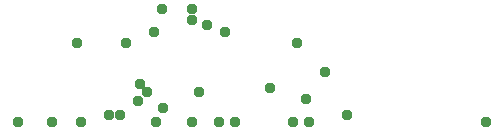
<source format=gbr>
G04 EAGLE Gerber RS-274X export*
G75*
%MOMM*%
%FSLAX34Y34*%
%LPD*%
%INSoldermask Bottom*%
%IPPOS*%
%AMOC8*
5,1,8,0,0,1.08239X$1,22.5*%
G01*
%ADD10C,0.959600*%


D10*
X141732Y143256D03*
X100584Y143256D03*
X310896Y118872D03*
X50292Y76200D03*
X294132Y96012D03*
X79248Y76200D03*
X160044Y101608D03*
X103632Y76200D03*
X153924Y108704D03*
X128016Y82296D03*
X152400Y94488D03*
X137160Y82296D03*
X166140Y152448D03*
X167640Y76200D03*
X172236Y171712D03*
X173736Y88392D03*
X286512Y143256D03*
X198120Y76200D03*
X198120Y172212D03*
X204216Y102108D03*
X198120Y163068D03*
X220980Y76200D03*
X210312Y158496D03*
X234696Y76200D03*
X225552Y152400D03*
X263652Y105156D03*
X283464Y76200D03*
X297180Y76200D03*
X329184Y82296D03*
X446532Y76200D03*
M02*

</source>
